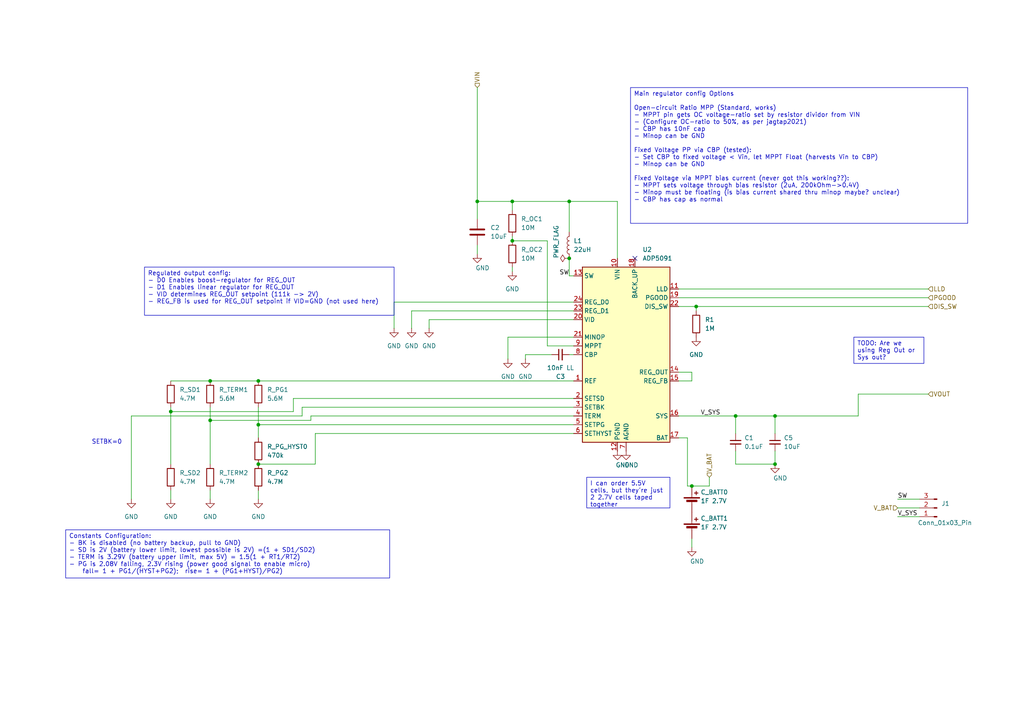
<source format=kicad_sch>
(kicad_sch (version 20231120) (generator "eeschema") (generator_version "8.0")
  (paper "A4")
  (lib_symbols
    (symbol "Battery_Management:ADP5091"
      (property "Reference" "U2" (at 4.7341 30.48 0))
      (property "Value" "ADP5091" (at 4.7341 27.94 0))
      (symbol "ADP5091_0_1"
        (rectangle (start -12.7 25.4) (end 12.7 -25.4) (stroke (width 0.254)) (fill (type background)))
      )
      (symbol "ADP5091_1_1"
        (pin passive line (at -15.24 -7.62 0) (length 2.54) (name "REF") (number "1"))
        (pin power_in line (at -2.54 27.94 270) (length 2.54) (name "VIN") (number "10"))
        (pin output line (at 15.24 19.05 180) (length 2.54) (name "LLD") (number "11"))
        (pin power_in line (at -2.54 -27.94 90) (length 2.54) (name "PGND") (number "12"))
        (pin power_in line (at -15.24 22.86 0) (length 2.54) (name "SW") (number "13"))
        (pin power_out line (at 15.24 -5.08 180) (length 2.54) (name "REG_OUT") (number "14"))
        (pin input line (at 15.24 -7.62 180) (length 2.54) (name "REG_FB") (number "15"))
        (pin power_out line (at 15.24 -17.78 180) (length 2.54) (name "SYS") (number "16"))
        (pin power_out line (at 15.24 -24.13 180) (length 2.54) (name "BAT") (number "17"))
        (pin power_in line (at 2.54 27.94 270) (length 2.54) (name "BACK_UP") (number "18"))
        (pin output line (at 15.24 16.51 180) (length 2.54) (name "PGOOD") (number "19"))
        (pin passive line (at -15.24 -12.7 0) (length 2.54) (name "SETSD") (number "2"))
        (pin input line (at -15.24 10.16 0) (length 2.54) (name "VID") (number "20"))
        (pin passive line (at -15.24 5.08 0) (length 2.54) (name "MINOP") (number "21"))
        (pin input line (at 15.24 13.97 180) (length 2.54) (name "DIS_SW") (number "22"))
        (pin input line (at -15.24 12.7 0) (length 2.54) (name "REG_D1") (number "23"))
        (pin input line (at -15.24 15.24 0) (length 2.54) (name "REG_D0") (number "24"))
        (pin passive line (at 0 -27.94 90) (length 2.54) hide (name "AGND") (number "25"))
        (pin passive line (at -15.24 -15.24 0) (length 2.54) (name "SETBK") (number "3"))
        (pin passive line (at -15.24 -17.78 0) (length 2.54) (name "TERM") (number "4"))
        (pin passive line (at -15.24 -20.32 0) (length 2.54) (name "SETPG") (number "5"))
        (pin passive line (at -15.24 -22.86 0) (length 2.54) (name "SETHYST") (number "6"))
        (pin power_in line (at 0 -27.94 90) (length 2.54) (name "AGND") (number "7"))
        (pin passive line (at -15.24 0 0) (length 2.54) (name "CBP") (number "8"))
        (pin input line (at -15.24 2.54 0) (length 2.54) (name "MPPT") (number "9"))
      )
    )
    (symbol "Connector:Conn_01x03_Pin" (pin_names (offset 1.016) hide)
      (property "Reference" "J" (at 0 5.08 0))
      (property "Value" "Conn_01x03_Pin" (at 0 -5.08 0))
      (symbol "Conn_01x03_Pin_1_1"
        (polyline (pts (xy 1.27 -2.54) (xy 0.8636 -2.54)) (stroke (width 0.1524)))
        (polyline (pts (xy 1.27 0) (xy 0.8636 0)) (stroke (width 0.1524)))
        (polyline (pts (xy 1.27 2.54) (xy 0.8636 2.54)) (stroke (width 0.1524)))
        (rectangle (start 0.8636 -2.413) (end 0 -2.667) (stroke (width 0.1524)) (fill (type outline)))
        (rectangle (start 0.8636 0.127) (end 0 -0.127) (stroke (width 0.1524)) (fill (type outline)))
        (rectangle (start 0.8636 2.667) (end 0 2.413) (stroke (width 0.1524)) (fill (type outline)))
        (pin passive line (at 5.08 2.54 180) (length 3.81) (name "Pin_1") (number "1"))
        (pin passive line (at 5.08 0 180) (length 3.81) (name "Pin_2") (number "2"))
        (pin passive line (at 5.08 -2.54 180) (length 3.81) (name "Pin_3") (number "3"))
      )
    )
    (symbol "Device:Battery_Cell" (pin_numbers hide) (pin_names (offset 0) hide)
      (property "Reference" "BT" (at 2.54 2.54 0))
      (property "Value" "Battery_Cell" (at 2.54 0 0))
      (symbol "Battery_Cell_0_1"
        (rectangle (start -2.286 1.778) (end 2.286 1.524) (fill (type outline)))
        (rectangle (start -1.524 1.016) (end 1.524 0.508) (fill (type outline)))
        (polyline (pts (xy 0 0.762) (xy 0 0)))
        (polyline (pts (xy 0 1.778) (xy 0 2.54)))
        (polyline (pts (xy 0.762 3.048) (xy 1.778 3.048)) (stroke (width 0.254)))
        (polyline (pts (xy 1.27 3.556) (xy 1.27 2.54)) (stroke (width 0.254)))
      )
      (symbol "Battery_Cell_1_1"
        (pin passive line (at 0 5.08 270) (length 2.54) (name "+") (number "1"))
        (pin passive line (at 0 -2.54 90) (length 2.54) (name "-") (number "2"))
      )
    )
    (symbol "Device:C" (pin_numbers hide) (pin_names (offset 0.254))
      (property "Reference" "C" (at 0.635 2.54 0))
      (property "Value" "C" (at 0.635 -2.54 0))
      (symbol "C_0_1"
        (polyline (pts (xy -2.032 -0.762) (xy 2.032 -0.762)) (stroke (width 0.508)))
        (polyline (pts (xy -2.032 0.762) (xy 2.032 0.762)) (stroke (width 0.508)))
      )
      (symbol "C_1_1"
        (pin passive line (at 0 3.81 270) (length 2.794) (name "~") (number "1"))
        (pin passive line (at 0 -3.81 90) (length 2.794) (name "~") (number "2"))
      )
    )
    (symbol "Device:C_Small" (pin_numbers hide) (pin_names (offset 0.254) hide)
      (property "Reference" "C" (at 0.254 1.778 0))
      (property "Value" "C_Small" (at 0.254 -2.032 0))
      (symbol "C_Small_0_1"
        (polyline (pts (xy -1.524 -0.508) (xy 1.524 -0.508)) (stroke (width 0.3302)))
        (polyline (pts (xy -1.524 0.508) (xy 1.524 0.508)) (stroke (width 0.3048)))
      )
      (symbol "C_Small_1_1"
        (pin passive line (at 0 2.54 270) (length 2.032) (name "~") (number "1"))
        (pin passive line (at 0 -2.54 90) (length 2.032) (name "~") (number "2"))
      )
    )
    (symbol "Device:L" (pin_numbers hide) (pin_names (offset 1.016) hide)
      (property "Reference" "L" (at -1.27 0 90))
      (property "Value" "L" (at 1.905 0 90))
      (symbol "L_0_1"
        (arc (start 0 -2.54) (mid 0.6323 -1.905) (end 0 -1.27))
        (arc (start 0 -1.27) (mid 0.6323 -0.635) (end 0 0))
        (arc (start 0 0) (mid 0.6323 0.635) (end 0 1.27))
        (arc (start 0 1.27) (mid 0.6323 1.905) (end 0 2.54))
      )
      (symbol "L_1_1"
        (pin passive line (at 0 3.81 270) (length 1.27) (name "1") (number "1"))
        (pin passive line (at 0 -3.81 90) (length 1.27) (name "2") (number "2"))
      )
    )
    (symbol "Device:R" (pin_numbers hide) (pin_names (offset 0))
      (property "Reference" "R" (at 2.032 0 90))
      (property "Value" "R" (at 0 0 90))
      (symbol "R_0_1"
        (rectangle (start -1.016 -2.54) (end 1.016 2.54) (stroke (width 0.254)))
      )
      (symbol "R_1_1"
        (pin passive line (at 0 3.81 270) (length 1.27) (name "~") (number "1"))
        (pin passive line (at 0 -3.81 90) (length 1.27) (name "~") (number "2"))
      )
    )
    (symbol "power:GND" (power) (pin_numbers hide) (pin_names (offset 0) hide)
      (property "Value" "GND" (at 0 -3.81 0))
      (symbol "GND_0_1"
        (polyline (pts (xy 0 0) (xy 0 -1.27) (xy 1.27 -1.27) (xy 0 -2.54) (xy -1.27 -1.27) (xy 0 -1.27)))
      )
      (symbol "GND_1_1"
        (pin power_in line (at 0 0 270) (length 0) (name "~") (number "1"))
      )
    )
    (symbol "power:PWR_FLAG" (power) (pin_numbers hide) (pin_names (offset 0) hide)
      (property "Value" "PWR_FLAG" (at 0 3.81 0))
      (symbol "PWR_FLAG_0_0"
        (pin power_out line (at 0 0 90) (length 0) (name "~") (number "1"))
      )
      (symbol "PWR_FLAG_0_1"
        (polyline (pts (xy 0 0) (xy 0 1.27) (xy -1.016 1.905) (xy 0 2.54) (xy 1.016 1.905) (xy 0 1.27)))
      )
    )
  )
  (junction (at 224.79 134.62))
  (junction (at 165.1 58.42))
  (junction (at 74.93 123.19))
  (junction (at 148.59 69.85))
  (junction (at 200.66 140.97))
  (junction (at 60.96 110.49))
  (junction (at 224.79 120.65))
  (junction (at 201.93 88.9))
  (junction (at 74.93 134.62))
  (junction (at 213.36 120.65))
  (junction (at 60.96 121.92))
  (junction (at 148.59 58.42))
  (junction (at 49.53 119.38))
  (junction (at 165.1 74.93))
  (junction (at 74.93 110.49))
  (junction (at 138.43 58.42))
  (no_connect (at 184.15 74.93))
  (wire (pts (xy 38.1 120.65) (xy 87.63 120.65)))
  (wire (pts (xy 165.1 102.87) (xy 166.37 102.87)))
  (wire (pts (xy 148.59 58.42) (xy 148.59 60.96)))
  (wire (pts (xy 213.36 130.81) (xy 213.36 134.62)))
  (wire (pts (xy 166.37 118.11) (xy 87.63 118.11)))
  (wire (pts (xy 165.1 58.42) (xy 179.07 58.42)))
  (wire (pts (xy 199.39 127) (xy 196.85 127)))
  (wire (pts (xy 179.07 58.42) (xy 179.07 74.93)))
  (wire (pts (xy 165.1 58.42) (xy 165.1 67.31)))
  (wire (pts (xy 200.66 140.97) (xy 205.74 140.97)))
  (wire (pts (xy 38.1 120.65) (xy 38.1 144.78)))
  (wire (pts (xy 114.3 87.63) (xy 166.37 87.63)))
  (wire (pts (xy 49.53 110.49) (xy 60.96 110.49)))
  (wire (pts (xy 200.66 107.95) (xy 200.66 110.49)))
  (wire (pts (xy 248.92 114.3) (xy 248.92 120.65)))
  (wire (pts (xy 147.32 104.14) (xy 147.32 97.79)))
  (wire (pts (xy 158.75 69.85) (xy 158.75 100.33)))
  (wire (pts (xy 60.96 110.49) (xy 74.93 110.49)))
  (wire (pts (xy 213.36 134.62) (xy 224.79 134.62)))
  (wire (pts (xy 165.1 74.93) (xy 165.1 80.01)))
  (wire (pts (xy 224.79 120.65) (xy 248.92 120.65)))
  (wire (pts (xy 124.46 92.71) (xy 124.46 95.25)))
  (wire (pts (xy 148.59 69.85) (xy 158.75 69.85)))
  (wire (pts (xy 85.09 115.57) (xy 85.09 119.38)))
  (wire (pts (xy 119.38 90.17) (xy 166.37 90.17)))
  (wire (pts (xy 152.4 102.87) (xy 160.02 102.87)))
  (wire (pts (xy 148.59 58.42) (xy 165.1 58.42)))
  (wire (pts (xy 74.93 123.19) (xy 166.37 123.19)))
  (wire (pts (xy 152.4 102.87) (xy 152.4 104.14)))
  (wire (pts (xy 60.96 118.11) (xy 60.96 121.92)))
  (wire (pts (xy 196.85 110.49) (xy 200.66 110.49)))
  (wire (pts (xy 87.63 118.11) (xy 87.63 120.65)))
  (wire (pts (xy 138.43 58.42) (xy 148.59 58.42)))
  (wire (pts (xy 148.59 68.58) (xy 148.59 69.85)))
  (wire (pts (xy 260.35 144.78) (xy 266.7 144.78)))
  (wire (pts (xy 196.85 107.95) (xy 200.66 107.95)))
  (wire (pts (xy 91.44 134.62) (xy 74.93 134.62)))
  (wire (pts (xy 138.43 63.5) (xy 138.43 58.42)))
  (wire (pts (xy 49.53 119.38) (xy 49.53 134.62)))
  (wire (pts (xy 213.36 120.65) (xy 224.79 120.65)))
  (wire (pts (xy 74.93 123.19) (xy 74.93 127)))
  (wire (pts (xy 90.17 121.92) (xy 90.17 120.65)))
  (wire (pts (xy 199.39 140.97) (xy 199.39 127)))
  (wire (pts (xy 196.85 88.9) (xy 201.93 88.9)))
  (wire (pts (xy 200.66 156.21) (xy 200.66 158.75)))
  (wire (pts (xy 248.92 114.3) (xy 269.24 114.3)))
  (wire (pts (xy 91.44 134.62) (xy 91.44 125.73)))
  (wire (pts (xy 196.85 120.65) (xy 213.36 120.65)))
  (wire (pts (xy 138.43 25.4) (xy 138.43 58.42)))
  (wire (pts (xy 74.93 118.11) (xy 74.93 123.19)))
  (wire (pts (xy 60.96 142.24) (xy 60.96 144.78)))
  (wire (pts (xy 201.93 88.9) (xy 201.93 90.17)))
  (wire (pts (xy 85.09 119.38) (xy 49.53 119.38)))
  (wire (pts (xy 199.39 140.97) (xy 200.66 140.97)))
  (wire (pts (xy 74.93 110.49) (xy 166.37 110.49)))
  (wire (pts (xy 49.53 142.24) (xy 49.53 144.78)))
  (wire (pts (xy 196.85 83.82) (xy 269.24 83.82)))
  (wire (pts (xy 213.36 120.65) (xy 213.36 125.73)))
  (wire (pts (xy 158.75 100.33) (xy 166.37 100.33)))
  (wire (pts (xy 114.3 87.63) (xy 114.3 95.25)))
  (wire (pts (xy 49.53 118.11) (xy 49.53 119.38)))
  (wire (pts (xy 124.46 92.71) (xy 166.37 92.71)))
  (wire (pts (xy 147.32 97.79) (xy 166.37 97.79)))
  (wire (pts (xy 260.35 149.86) (xy 266.7 149.86)))
  (wire (pts (xy 148.59 78.74) (xy 148.59 77.47)))
  (wire (pts (xy 74.93 142.24) (xy 74.93 144.78)))
  (wire (pts (xy 224.79 120.65) (xy 224.79 125.73)))
  (wire (pts (xy 224.79 130.81) (xy 224.79 134.62)))
  (wire (pts (xy 205.74 138.43) (xy 205.74 140.97)))
  (wire (pts (xy 91.44 125.73) (xy 166.37 125.73)))
  (wire (pts (xy 90.17 121.92) (xy 60.96 121.92)))
  (wire (pts (xy 166.37 115.57) (xy 85.09 115.57)))
  (wire (pts (xy 196.85 86.36) (xy 269.24 86.36)))
  (wire (pts (xy 119.38 90.17) (xy 119.38 95.25)))
  (wire (pts (xy 201.93 88.9) (xy 269.24 88.9)))
  (wire (pts (xy 90.17 120.65) (xy 166.37 120.65)))
  (wire (pts (xy 165.1 80.01) (xy 166.37 80.01)))
  (wire (pts (xy 60.96 121.92) (xy 60.96 134.62)))
  (wire (pts (xy 138.43 71.12) (xy 138.43 73.66)))
  (wire (pts (xy 260.35 147.32) (xy 266.7 147.32)))
  (text_box "TODO: Are we using Reg Out or Sys out?" (at 247.65 97.79 0) (size 20.32 7.62) (effects (font (size 1.27 1.27)) (justify left top)))
  (text_box "Constants Configuration:\n- BK is disabled (no battery backup, pull to GND)\n- SD is 2V (battery lower limit, lowest possible is 2V) =(1 + SD1/SD2)\n- TERM is 3.29V (battery upper limit, max 5V) = 1.5(1 + RT1/RT2)\n- PG is 2.08V falling, 2.3V rising (power good signal to enable micro)\n    fall= 1 + PG1/(HYST+PG2);  rise= 1 + (PG1+HYST)/PG2)\n" (at 19.05 153.67 0) (size 93.98 13.97) (effects (font (size 1.27 1.27)) (justify left top)))
  (text_box "I can order 5.5V cells, but they're just 2 2.7V cells taped together" (at 170.18 138.43 0) (size 24.13 8.89) (effects (font (size 1.27 1.27)) (justify left top)))
  (text_box "Main regulator config Options\n\nOpen-circuit Ratio MPP (Standard, works)\n- MPPT pin gets OC voltage-ratio set by resistor dividor from VIN\n- (Configure OC-ratio to 50%, as per jagtap2021)\n- CBP has 10nF cap\n- Minop can be GND\n\nFixed Voltage PP via CBP (tested):\n- Set CBP to fixed voltage < Vin, let MPPT Float (harvests Vin to CBP)\n- Minop can be GND\n\nFixed Voltage via MPPT bias current (never got this working??):\n- MPPT sets voltage through bias resistor (2uA, 200kOhm->0.4V)\n- Minop must be floating (is bias current shared thru minop maybe? unclear)\n- CBP has cap as normal" (at 182.88 25.4 0) (size 97.79 39.37) (effects (font (size 1.27 1.27)) (justify left top)))
  (text_box "Regulated output config:\n- D0 Enables boost-regulator for REG_OUT\n- D1 Enables linear regulator for REG_OUT\n- VID determines REG_OUT setpoint (111k -> 2V)\n- REG_FB is used for REG_OUT setpoint if VID=GND (not used here)" (at 41.91 77.47 0) (size 72.39 13.97) (effects (font (size 1.27 1.27)) (justify left top)))
  (text "SETBK=0" (at 30.988 128.27 0) (effects (font (size 1.27 1.27))))
  (label "V_SYS" (at 260.35 149.86 0))
  (label "SW" (at 260.35 144.78 0))
  (label "SW" (at 165.1 80.01 180))
  (label "V_SYS" (at 203.2 120.65 0))
  (hierarchical_label "VOUT" (shape input) (at 269.24 114.3 0))
  (hierarchical_label "LLD" (shape input) (at 269.24 83.82 0))
  (hierarchical_label "PGOOD" (shape input) (at 269.24 86.36 0))
  (hierarchical_label "DIS_SW" (shape input) (at 269.24 88.9 0))
  (hierarchical_label "V_BAT" (shape input) (at 205.74 138.43 90))
  (hierarchical_label "V_BAT" (shape input) (at 260.35 147.32 180))
  (hierarchical_label "VIN" (shape input) (at 138.43 25.4 90))
  (symbol (lib_id "Device:C_Small") (at 213.36 128.27 0) (unit 1)
    (property "Reference" "C1" (at 215.9 127.0062 0) (effects (justify left)))
    (property "Value" "0.1uF" (at 215.9 129.5462 0) (effects (justify left)))
    (property "Footprint" "Capacitor_SMD:C_0603_1608Metric_Pad1.08x0.95mm_HandSolder" (effects (hide yes)))
    (property "Description" "Unpolarized capacitor, small symbol" (effects (hide yes)))
  )
  (symbol (lib_id "power:GND") (at 49.53 144.78 0) (unit 1)
    (property "Reference" "#PWR011" (effects (hide yes)))
    (property "Value" "GND" (at 49.53 149.86 0))
    (property "Description" "Power symbol creates a global label with name \"GND\" , ground" (effects (hide yes)))
  )
  (symbol (lib_id "Device:L") (at 165.1 71.12 180) (unit 1)
    (property "Reference" "L1" (at 166.37 69.8499 0) (effects (justify right)))
    (property "Value" "22uH" (at 166.37 72.3899 0) (effects (justify right)))
    (property "Footprint" "0JV_CPM_Footprints:IND_4818-WE-TPC_WRE" (effects (hide yes)))
    (property "Datasheet" "https://www.digikey.com/en/products/detail/w%C3%BCrth-elektronik/744042220/2931638" (effects (hide yes)))
    (property "Description" "Inductor" (effects (hide yes)))
    (property "PN" "744042220" (effects (hide yes)))
    (property "Digikey PN" "732-3657-1-ND" (effects (hide yes)))
  )
  (symbol (lib_id "power:GND") (at 147.32 104.14 0) (unit 1)
    (property "Reference" "#PWR02" (effects (hide yes)))
    (property "Value" "GND" (at 147.32 109.22 0))
    (property "Description" "Power symbol creates a global label with name \"GND\" , ground" (effects (hide yes)))
  )
  (symbol (lib_id "Device:R") (at 49.53 114.3 0) (unit 1)
    (property "Reference" "R_SD1" (at 52.07 113.0299 0) (effects (justify left)))
    (property "Value" "4.7M" (at 52.07 115.5699 0) (effects (justify left)))
    (property "Footprint" "Resistor_SMD:R_0603_1608Metric_Pad0.98x0.95mm_HandSolder" (effects (hide yes)))
    (property "Description" "Resistor" (effects (hide yes)))
  )
  (symbol (lib_id "Device:C_Small") (at 162.56 102.87 90) (mirror x) (unit 1)
    (property "Reference" "C3" (at 162.5663 109.22 90))
    (property "Value" "10nF LL" (at 162.5663 106.68 90))
    (property "Footprint" "Capacitor_SMD:C_0603_1608Metric_Pad1.08x0.95mm_HandSolder" (effects (hide yes)))
    (property "Datasheet" "https://www.digikey.com/en/products/detail/murata-electronics/GRT1885C1E103JA02J/13904823" (effects (hide yes)))
    (property "Description" "Must be low leakage capacitor for MPPT tracking" (effects (hide yes)))
    (property "PN" "GRT1885C1E103JA02J" (effects (hide yes)))
    (property "Digikey PN" "490-GRT1885C1E103JA02JCT-ND" (effects (hide yes)))
  )
  (symbol (lib_id "power:GND") (at 181.61 130.81 0) (unit 1)
    (property "Reference" "#PWR015" (effects (hide yes)))
    (property "Value" "GND" (at 183.134 134.874 0))
    (property "Description" "Power symbol creates a global label with name \"GND\" , ground" (effects (hide yes)))
  )
  (symbol (lib_id "power:GND") (at 201.93 97.79 0) (unit 1)
    (property "Reference" "#PWR05" (effects (hide yes)))
    (property "Value" "GND" (at 201.93 102.87 0))
    (property "Description" "Power symbol creates a global label with name \"GND\" , ground" (effects (hide yes)))
  )
  (symbol (lib_id "Device:R") (at 74.93 138.43 0) (unit 1)
    (property "Reference" "R_PG2" (at 77.47 137.1599 0) (effects (justify left)))
    (property "Value" "4.7M" (at 77.47 139.6999 0) (effects (justify left)))
    (property "Footprint" "Resistor_SMD:R_0603_1608Metric_Pad0.98x0.95mm_HandSolder" (effects (hide yes)))
    (property "Description" "Resistor" (effects (hide yes)))
  )
  (symbol (lib_id "power:GND") (at 148.59 78.74 0) (unit 1)
    (property "Reference" "#PWR07" (effects (hide yes)))
    (property "Value" "GND" (at 148.59 83.82 0))
    (property "Description" "Power symbol creates a global label with name \"GND\" , ground" (effects (hide yes)))
  )
  (symbol (lib_id "Device:C") (at 138.43 67.31 0) (unit 1)
    (property "Reference" "C2" (at 142.24 66.0399 0) (effects (justify left)))
    (property "Value" "10uF" (at 142.24 68.5799 0) (effects (justify left)))
    (property "Footprint" "Capacitor_SMD:C_0603_1608Metric_Pad1.08x0.95mm_HandSolder" (effects (hide yes)))
    (property "Description" "Unpolarized capacitor" (effects (hide yes)))
  )
  (symbol (lib_id "Device:R") (at 60.96 114.3 0) (unit 1)
    (property "Reference" "R_TERM1" (at 63.5 113.0299 0) (effects (justify left)))
    (property "Value" "5.6M" (at 63.5 115.5699 0) (effects (justify left)))
    (property "Footprint" "Resistor_SMD:R_0603_1608Metric_Pad0.98x0.95mm_HandSolder" (effects (hide yes)))
    (property "Description" "Resistor" (effects (hide yes)))
  )
  (symbol (lib_id "Connector:Conn_01x03_Pin") (at 271.78 147.32 180) (unit 1)
    (property "Reference" "J1" (at 273.05 146.0499 0) (effects (justify right)))
    (property "Value" "Conn_01x03_Pin" (at 266.192 151.638 0) (effects (justify right)))
    (property "Footprint" "Connector_PinHeader_2.54mm:PinHeader_1x03_P2.54mm_Vertical" (effects (hide yes)))
    (property "Description" "Generic connector, single row, 01x03, script generated" (effects (hide yes)))
  )
  (symbol (lib_id "Device:R") (at 74.93 114.3 0) (unit 1)
    (property "Reference" "R_PG1" (at 77.47 113.0299 0) (effects (justify left)))
    (property "Value" "5.6M" (at 77.47 115.5699 0) (effects (justify left)))
    (property "Footprint" "Resistor_SMD:R_0603_1608Metric_Pad0.98x0.95mm_HandSolder" (effects (hide yes)))
    (property "Description" "Resistor" (effects (hide yes)))
  )
  (symbol (lib_id "power:GND") (at 60.96 144.78 0) (unit 1)
    (property "Reference" "#PWR013" (effects (hide yes)))
    (property "Value" "GND" (at 60.96 149.86 0))
    (property "Description" "Power symbol creates a global label with name \"GND\" , ground" (effects (hide yes)))
  )
  (symbol (lib_id "power:PWR_FLAG") (at 165.1 74.93 90) (unit 1)
    (property "Reference" "#FLG04" (effects (hide yes)))
    (property "Value" "PWR_FLAG" (at 161.29 74.9299 0) (effects (justify left)))
    (property "Description" "Special symbol for telling ERC where power comes from" (effects (hide yes)))
  )
  (symbol (lib_id "power:GND") (at 114.3 95.25 0) (unit 1)
    (property "Reference" "#PWR041" (effects (hide yes)))
    (property "Value" "GND" (at 114.3 100.33 0))
    (property "Description" "Power symbol creates a global label with name \"GND\" , ground" (effects (hide yes)))
  )
  (symbol (lib_id "Device:R") (at 60.96 138.43 0) (unit 1)
    (property "Reference" "R_TERM2" (at 63.5 137.1599 0) (effects (justify left)))
    (property "Value" "4.7M" (at 63.5 139.6999 0) (effects (justify left)))
    (property "Footprint" "Resistor_SMD:R_0603_1608Metric_Pad0.98x0.95mm_HandSolder" (effects (hide yes)))
    (property "Description" "Resistor" (effects (hide yes)))
  )
  (symbol (lib_id "Device:R") (at 148.59 73.66 0) (unit 1)
    (property "Reference" "R_OC2" (at 151.13 72.3899 0) (effects (justify left)))
    (property "Value" "10M" (at 151.13 74.9299 0) (effects (justify left)))
    (property "Footprint" "Resistor_SMD:R_0603_1608Metric_Pad0.98x0.95mm_HandSolder" (effects (hide yes)))
    (property "Description" "Resistor" (effects (hide yes)))
  )
  (symbol (lib_id "Device:R") (at 74.93 130.81 0) (unit 1)
    (property "Reference" "R_PG_HYST0" (at 77.47 129.5399 0) (effects (justify left)))
    (property "Value" "470k" (at 77.47 132.0799 0) (effects (justify left)))
    (property "Footprint" "Resistor_SMD:R_0603_1608Metric_Pad0.98x0.95mm_HandSolder" (effects (hide yes)))
    (property "Description" "Resistor" (effects (hide yes)))
  )
  (symbol (lib_id "power:GND") (at 200.66 158.75 0) (unit 1)
    (property "Reference" "#PWR020" (effects (hide yes)))
    (property "Value" "GND" (at 202.184 162.814 0))
    (property "Description" "Power symbol creates a global label with name \"GND\" , ground" (effects (hide yes)))
  )
  (symbol (lib_id "power:GND") (at 119.38 95.25 0) (unit 1)
    (property "Reference" "#PWR09" (effects (hide yes)))
    (property "Value" "GND" (at 119.38 100.33 0))
    (property "Description" "Power symbol creates a global label with name \"GND\" , ground" (effects (hide yes)))
  )
  (symbol (lib_id "Device:R") (at 49.53 138.43 0) (unit 1)
    (property "Reference" "R_SD2" (at 52.07 137.1599 0) (effects (justify left)))
    (property "Value" "4.7M" (at 52.07 139.6999 0) (effects (justify left)))
    (property "Footprint" "Resistor_SMD:R_0603_1608Metric_Pad0.98x0.95mm_HandSolder" (effects (hide yes)))
    (property "Description" "Resistor" (effects (hide yes)))
  )
  (symbol (lib_id "Device:C_Small") (at 224.79 128.27 0) (unit 1)
    (property "Reference" "C5" (at 227.33 127.0062 0) (effects (justify left)))
    (property "Value" "10uF" (at 227.33 129.5462 0) (effects (justify left)))
    (property "Footprint" "Capacitor_SMD:C_0603_1608Metric_Pad1.08x0.95mm_HandSolder" (effects (hide yes)))
    (property "Description" "Unpolarized capacitor, small symbol" (effects (hide yes)))
  )
  (symbol (lib_id "Device:Battery_Cell") (at 200.66 146.05 0) (unit 1)
    (property "Reference" "C_BATT0" (at 203.2 142.748 0) (effects (justify left)))
    (property "Value" "1F 2.7V" (at 203.2 145.288 0) (effects (justify left)))
    (property "Footprint" "0JV_CPM_Footprints:DGH105Q2R7" (effects (hide yes)))
    (property "Datasheet" "https://www.digikey.com/en/products/detail/cornell-dubilier-knowles/DGH105Q2R7/7387508" (effects (hide yes)))
    (property "Description" "Supercapacitor" (effects (hide yes)))
    (property "PN" "DGH105Q2R7" (effects (hide yes)))
    (property "Digikey PN" "338-DGH105Q2R7-ND" (effects (hide yes)))
  )
  (symbol (lib_id "power:GND") (at 74.93 144.78 0) (unit 1)
    (property "Reference" "#PWR014" (effects (hide yes)))
    (property "Value" "GND" (at 74.93 149.86 0))
    (property "Description" "Power symbol creates a global label with name \"GND\" , ground" (effects (hide yes)))
  )
  (symbol (lib_id "power:GND") (at 138.43 73.66 0) (unit 1)
    (property "Reference" "#PWR017" (effects (hide yes)))
    (property "Value" "GND" (at 139.954 77.724 0))
    (property "Description" "Power symbol creates a global label with name \"GND\" , ground" (effects (hide yes)))
  )
  (symbol (lib_id "Battery_Management:ADP5091") (at 181.61 102.87 0) (unit 1)
    (property "Reference" "U2" (at 186.3441 72.39 0) (effects (justify left)))
    (property "Value" "ADP5091" (at 186.3441 74.93 0) (effects (justify left)))
    (property "Footprint" "Package_CSP:LFCSP-24-1EP_4x4mm_P0.5mm_EP2.3x2.3mm" (effects (hide yes)))
    (property "Datasheet" "https://www.analog.com/media/en/technical-documentation/data-sheets/ADP5091-5092.pdf" (effects (hide yes)))
    (property "Description" "Ultralow Power Energy Harvester PMUs with MPPT and Charge Management, LFCSP-24" (effects (hide yes)))
  )
  (symbol (lib_id "Device:Battery_Cell") (at 200.66 153.67 0) (unit 1)
    (property "Reference" "C_BATT1" (at 203.2 150.368 0) (effects (justify left)))
    (property "Value" "1F 2.7V" (at 203.2 152.908 0) (effects (justify left)))
    (property "Footprint" "0JV_CPM_Footprints:DGH105Q2R7" (effects (hide yes)))
    (property "Datasheet" "https://www.digikey.com/en/products/detail/cornell-dubilier-knowles/DGH105Q2R7/7387508" (effects (hide yes)))
    (property "Description" "Supercapacitor" (effects (hide yes)))
    (property "PN" "DGH105Q2R7" (effects (hide yes)))
    (property "Digikey PN" "338-DGH105Q2R7-ND" (effects (hide yes)))
  )
  (symbol (lib_id "Device:R") (at 148.59 64.77 0) (unit 1)
    (property "Reference" "R_OC1" (at 151.13 63.4999 0) (effects (justify left)))
    (property "Value" "10M" (at 151.13 66.0399 0) (effects (justify left)))
    (property "Footprint" "Resistor_SMD:R_0603_1608Metric_Pad0.98x0.95mm_HandSolder" (effects (hide yes)))
    (property "Description" "Resistor" (effects (hide yes)))
  )
  (symbol (lib_id "power:GND") (at 152.4 104.14 0) (unit 1)
    (property "Reference" "#PWR06" (effects (hide yes)))
    (property "Value" "GND" (at 152.4 109.22 0))
    (property "Description" "Power symbol creates a global label with name \"GND\" , ground" (effects (hide yes)))
  )
  (symbol (lib_id "Device:R") (at 201.93 93.98 0) (unit 1)
    (property "Reference" "R1" (at 204.47 92.7099 0) (effects (justify left)))
    (property "Value" "1M" (at 204.47 95.2499 0) (effects (justify left)))
    (property "Footprint" "Resistor_SMD:R_0603_1608Metric_Pad0.98x0.95mm_HandSolder" (effects (hide yes)))
    (property "Description" "Resistor" (effects (hide yes)))
  )
  (symbol (lib_id "power:GND") (at 124.46 95.25 0) (unit 1)
    (property "Reference" "#PWR08" (effects (hide yes)))
    (property "Value" "GND" (at 124.46 100.33 0))
    (property "Description" "Power symbol creates a global label with name \"GND\" , ground" (effects (hide yes)))
  )
  (symbol (lib_id "power:GND") (at 179.07 130.81 0) (unit 1)
    (property "Reference" "#PWR027" (effects (hide yes)))
    (property "Value" "GND" (at 180.594 134.874 0))
    (property "Description" "Power symbol creates a global label with name \"GND\" , ground" (effects (hide yes)))
  )
  (symbol (lib_id "power:GND") (at 38.1 144.78 0) (unit 1)
    (property "Reference" "#PWR012" (effects (hide yes)))
    (property "Value" "GND" (at 38.1 149.86 0))
    (property "Description" "Power symbol creates a global label with name \"GND\" , ground" (effects (hide yes)))
  )
  (symbol (lib_id "power:GND") (at 224.79 134.62 0) (unit 1)
    (property "Reference" "#PWR021" (effects (hide yes)))
    (property "Value" "GND" (at 226.314 138.684 0))
    (property "Description" "Power symbol creates a global label with name \"GND\" , ground" (effects (hide yes)))
  )
)
</source>
